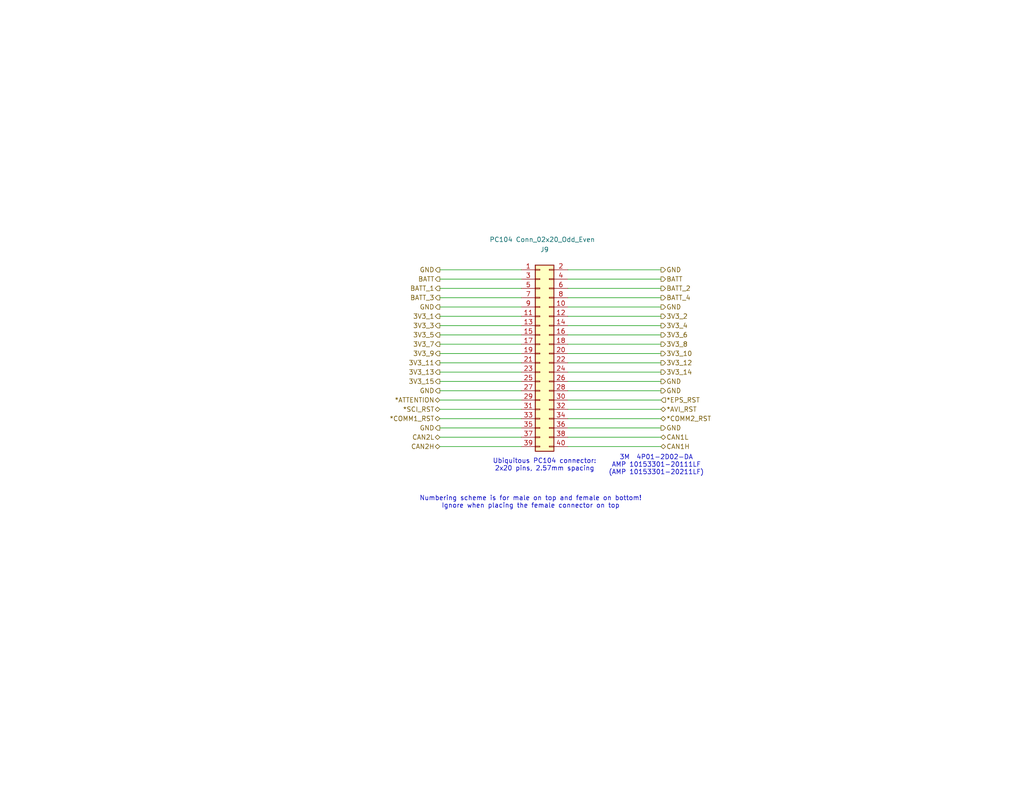
<source format=kicad_sch>
(kicad_sch (version 20250114) (generator "eeschema") (generator_version "9.0")
  (paper "A")
  (title_block (title "Current Monitor") (date "2020-05-25"))
  (lib_symbols
    (symbol "Connector_Generic:Conn_02x20_Odd_Even" (pin_names (offset 1.016) (hide yes))
      (property "Reference" "J" (at 1.27 25.4 0))
      (property "Value" "Conn_02x20_Odd_Even" (at 1.27 -27.94 0))
      (symbol "Conn_02x20_Odd_Even_1_1"
        (rectangle (start -1.27 24.13) (end 3.81 -26.67) (stroke (width 0.254)) (fill (type background)))
        (rectangle (start -1.27 22.987) (end 0 22.733) (stroke (width 0.1524)))
        (rectangle (start -1.27 20.447) (end 0 20.193) (stroke (width 0.1524)))
        (rectangle (start -1.27 17.907) (end 0 17.653) (stroke (width 0.1524)))
        (rectangle (start -1.27 15.367) (end 0 15.113) (stroke (width 0.1524)))
        (rectangle (start -1.27 12.827) (end 0 12.573) (stroke (width 0.1524)))
        (rectangle (start -1.27 10.287) (end 0 10.033) (stroke (width 0.1524)))
        (rectangle (start -1.27 7.747) (end 0 7.493) (stroke (width 0.1524)))
        (rectangle (start -1.27 5.207) (end 0 4.953) (stroke (width 0.1524)))
        (rectangle (start -1.27 2.667) (end 0 2.413) (stroke (width 0.1524)))
        (rectangle (start -1.27 0.127) (end 0 -0.127) (stroke (width 0.1524)))
        (rectangle (start -1.27 -2.413) (end 0 -2.667) (stroke (width 0.1524)))
        (rectangle (start -1.27 -4.953) (end 0 -5.207) (stroke (width 0.1524)))
        (rectangle (start -1.27 -7.493) (end 0 -7.747) (stroke (width 0.1524)))
        (rectangle (start -1.27 -10.033) (end 0 -10.287) (stroke (width 0.1524)))
        (rectangle (start -1.27 -12.573) (end 0 -12.827) (stroke (width 0.1524)))
        (rectangle (start -1.27 -15.113) (end 0 -15.367) (stroke (width 0.1524)))
        (rectangle (start -1.27 -17.653) (end 0 -17.907) (stroke (width 0.1524)))
        (rectangle (start -1.27 -20.193) (end 0 -20.447) (stroke (width 0.1524)))
        (rectangle (start -1.27 -22.733) (end 0 -22.987) (stroke (width 0.1524)))
        (rectangle (start -1.27 -25.273) (end 0 -25.527) (stroke (width 0.1524)))
        (rectangle (start 3.81 22.987) (end 2.54 22.733) (stroke (width 0.1524)))
        (rectangle (start 3.81 20.447) (end 2.54 20.193) (stroke (width 0.1524)))
        (rectangle (start 3.81 17.907) (end 2.54 17.653) (stroke (width 0.1524)))
        (rectangle (start 3.81 15.367) (end 2.54 15.113) (stroke (width 0.1524)))
        (rectangle (start 3.81 12.827) (end 2.54 12.573) (stroke (width 0.1524)))
        (rectangle (start 3.81 10.287) (end 2.54 10.033) (stroke (width 0.1524)))
        (rectangle (start 3.81 7.747) (end 2.54 7.493) (stroke (width 0.1524)))
        (rectangle (start 3.81 5.207) (end 2.54 4.953) (stroke (width 0.1524)))
        (rectangle (start 3.81 2.667) (end 2.54 2.413) (stroke (width 0.1524)))
        (rectangle (start 3.81 0.127) (end 2.54 -0.127) (stroke (width 0.1524)))
        (rectangle (start 3.81 -2.413) (end 2.54 -2.667) (stroke (width 0.1524)))
        (rectangle (start 3.81 -4.953) (end 2.54 -5.207) (stroke (width 0.1524)))
        (rectangle (start 3.81 -7.493) (end 2.54 -7.747) (stroke (width 0.1524)))
        (rectangle (start 3.81 -10.033) (end 2.54 -10.287) (stroke (width 0.1524)))
        (rectangle (start 3.81 -12.573) (end 2.54 -12.827) (stroke (width 0.1524)))
        (rectangle (start 3.81 -15.113) (end 2.54 -15.367) (stroke (width 0.1524)))
        (rectangle (start 3.81 -17.653) (end 2.54 -17.907) (stroke (width 0.1524)))
        (rectangle (start 3.81 -20.193) (end 2.54 -20.447) (stroke (width 0.1524)))
        (rectangle (start 3.81 -22.733) (end 2.54 -22.987) (stroke (width 0.1524)))
        (rectangle (start 3.81 -25.273) (end 2.54 -25.527) (stroke (width 0.1524)))
        (pin passive line (at -5.08 22.86 0) (length 3.81) (name "Pin_1") (number "1"))
        (pin passive line (at -5.08 20.32 0) (length 3.81) (name "Pin_3") (number "3"))
        (pin passive line (at -5.08 17.78 0) (length 3.81) (name "Pin_5") (number "5"))
        (pin passive line (at -5.08 15.24 0) (length 3.81) (name "Pin_7") (number "7"))
        (pin passive line (at -5.08 12.7 0) (length 3.81) (name "Pin_9") (number "9"))
        (pin passive line (at -5.08 10.16 0) (length 3.81) (name "Pin_11") (number "11"))
        (pin passive line (at -5.08 7.62 0) (length 3.81) (name "Pin_13") (number "13"))
        (pin passive line (at -5.08 5.08 0) (length 3.81) (name "Pin_15") (number "15"))
        (pin passive line (at -5.08 2.54 0) (length 3.81) (name "Pin_17") (number "17"))
        (pin passive line (at -5.08 0 0) (length 3.81) (name "Pin_19") (number "19"))
        (pin passive line (at -5.08 -2.54 0) (length 3.81) (name "Pin_21") (number "21"))
        (pin passive line (at -5.08 -5.08 0) (length 3.81) (name "Pin_23") (number "23"))
        (pin passive line (at -5.08 -7.62 0) (length 3.81) (name "Pin_25") (number "25"))
        (pin passive line (at -5.08 -10.16 0) (length 3.81) (name "Pin_27") (number "27"))
        (pin passive line (at -5.08 -12.7 0) (length 3.81) (name "Pin_29") (number "29"))
        (pin passive line (at -5.08 -15.24 0) (length 3.81) (name "Pin_31") (number "31"))
        (pin passive line (at -5.08 -17.78 0) (length 3.81) (name "Pin_33") (number "33"))
        (pin passive line (at -5.08 -20.32 0) (length 3.81) (name "Pin_35") (number "35"))
        (pin passive line (at -5.08 -22.86 0) (length 3.81) (name "Pin_37") (number "37"))
        (pin passive line (at -5.08 -25.4 0) (length 3.81) (name "Pin_39") (number "39"))
        (pin passive line (at 7.62 22.86 180) (length 3.81) (name "Pin_2") (number "2"))
        (pin passive line (at 7.62 20.32 180) (length 3.81) (name "Pin_4") (number "4"))
        (pin passive line (at 7.62 17.78 180) (length 3.81) (name "Pin_6") (number "6"))
        (pin passive line (at 7.62 15.24 180) (length 3.81) (name "Pin_8") (number "8"))
        (pin passive line (at 7.62 12.7 180) (length 3.81) (name "Pin_10") (number "10"))
        (pin passive line (at 7.62 10.16 180) (length 3.81) (name "Pin_12") (number "12"))
        (pin passive line (at 7.62 7.62 180) (length 3.81) (name "Pin_14") (number "14"))
        (pin passive line (at 7.62 5.08 180) (length 3.81) (name "Pin_16") (number "16"))
        (pin passive line (at 7.62 2.54 180) (length 3.81) (name "Pin_18") (number "18"))
        (pin passive line (at 7.62 0 180) (length 3.81) (name "Pin_20") (number "20"))
        (pin passive line (at 7.62 -2.54 180) (length 3.81) (name "Pin_22") (number "22"))
        (pin passive line (at 7.62 -5.08 180) (length 3.81) (name "Pin_24") (number "24"))
        (pin passive line (at 7.62 -7.62 180) (length 3.81) (name "Pin_26") (number "26"))
        (pin passive line (at 7.62 -10.16 180) (length 3.81) (name "Pin_28") (number "28"))
        (pin passive line (at 7.62 -12.7 180) (length 3.81) (name "Pin_30") (number "30"))
        (pin passive line (at 7.62 -15.24 180) (length 3.81) (name "Pin_32") (number "32"))
        (pin passive line (at 7.62 -17.78 180) (length 3.81) (name "Pin_34") (number "34"))
        (pin passive line (at 7.62 -20.32 180) (length 3.81) (name "Pin_36") (number "36"))
        (pin passive line (at 7.62 -22.86 180) (length 3.81) (name "Pin_38") (number "38"))
        (pin passive line (at 7.62 -25.4 180) (length 3.81) (name "Pin_40") (number "40"))
      )
    )
  )
  (text "3M  4P01-2D02-DA\nAMP 10153301-20111LF\n(AMP 10153301-20211LF)" (at 179.07 127 0) (effects (font (size 1.27 1.27))))
  (text "Ubiquitous PC104 connector:\n2x20 pins, 2.57mm spacing" (at 148.59 127 0) (effects (font (size 1.27 1.27))))
  (text "Numbering scheme is for male on top and female on bottom!\nIgnore when placing the female connector on top" (at 144.78 137.16 0) (effects (font (size 1.27 1.27))))
  (wire (pts (xy 120.015 119.38) (xy 142.24 119.38)))
  (wire (pts (xy 142.24 83.82) (xy 120.015 83.82)))
  (wire (pts (xy 154.94 83.82) (xy 180.34 83.82)))
  (wire (pts (xy 154.94 96.52) (xy 180.34 96.52)))
  (wire (pts (xy 154.94 114.3) (xy 180.34 114.3)))
  (wire (pts (xy 154.94 106.68) (xy 180.34 106.68)))
  (wire (pts (xy 120.015 121.92) (xy 142.24 121.92)))
  (wire (pts (xy 180.34 88.9) (xy 154.94 88.9)))
  (wire (pts (xy 154.94 81.28) (xy 180.34 81.28)))
  (wire (pts (xy 120.015 111.76) (xy 142.24 111.76)))
  (wire (pts (xy 180.34 93.98) (xy 154.94 93.98)))
  (wire (pts (xy 120.015 106.68) (xy 142.24 106.68)))
  (wire (pts (xy 154.94 111.76) (xy 180.34 111.76)))
  (wire (pts (xy 180.34 101.6) (xy 154.94 101.6)))
  (wire (pts (xy 120.015 81.28) (xy 142.24 81.28)))
  (wire (pts (xy 120.015 99.06) (xy 142.24 99.06)))
  (wire (pts (xy 120.015 78.74) (xy 142.24 78.74)))
  (wire (pts (xy 120.015 96.52) (xy 142.24 96.52)))
  (wire (pts (xy 120.015 101.6) (xy 142.24 101.6)))
  (wire (pts (xy 154.94 121.92) (xy 180.34 121.92)))
  (wire (pts (xy 154.94 116.84) (xy 180.34 116.84)))
  (wire (pts (xy 142.24 91.44) (xy 120.015 91.44)))
  (wire (pts (xy 154.94 76.2) (xy 180.34 76.2)))
  (wire (pts (xy 180.34 104.14) (xy 154.94 104.14)))
  (wire (pts (xy 142.24 109.22) (xy 120.015 109.22)))
  (wire (pts (xy 154.94 86.36) (xy 180.34 86.36)))
  (wire (pts (xy 120.015 88.9) (xy 142.24 88.9)))
  (wire (pts (xy 154.94 99.06) (xy 180.34 99.06)))
  (wire (pts (xy 154.94 91.44) (xy 180.34 91.44)))
  (wire (pts (xy 154.94 119.38) (xy 180.34 119.38)))
  (wire (pts (xy 180.34 109.22) (xy 154.94 109.22)))
  (wire (pts (xy 120.015 86.36) (xy 142.24 86.36)))
  (wire (pts (xy 120.015 73.66) (xy 142.24 73.66)))
  (wire (pts (xy 120.015 116.84) (xy 142.24 116.84)))
  (wire (pts (xy 154.94 73.66) (xy 180.34 73.66)))
  (wire (pts (xy 142.24 114.3) (xy 120.015 114.3)))
  (wire (pts (xy 120.015 76.2) (xy 142.24 76.2)))
  (wire (pts (xy 120.015 93.98) (xy 142.24 93.98)))
  (wire (pts (xy 142.24 104.14) (xy 120.015 104.14)))
  (wire (pts (xy 154.94 78.74) (xy 180.34 78.74)))
  (hierarchical_label "BATT_1" (shape output) (at 120.015 78.74 180))
  (hierarchical_label "CAN2H" (shape bidirectional) (at 120.015 121.92 180))
  (hierarchical_label "GND" (shape output) (at 120.015 116.84 180))
  (hierarchical_label "3V3_14" (shape output) (at 180.34 101.6 0))
  (hierarchical_label "3V3_9" (shape output) (at 120.015 96.52 180))
  (hierarchical_label "*EPS_RST" (shape input) (at 180.34 109.22 0))
  (hierarchical_label "GND" (shape output) (at 180.34 116.84 0))
  (hierarchical_label "CAN1H" (shape bidirectional) (at 180.34 121.92 0))
  (hierarchical_label "*ATTENTION" (shape bidirectional) (at 120.015 109.22 180))
  (hierarchical_label "*SCI_RST" (shape bidirectional) (at 120.015 111.76 180))
  (hierarchical_label "3V3_15" (shape output) (at 120.015 104.14 180))
  (hierarchical_label "GND" (shape output) (at 120.015 73.66 180))
  (hierarchical_label "CAN1L" (shape bidirectional) (at 180.34 119.38 0))
  (hierarchical_label "3V3_2" (shape output) (at 180.34 86.36 0))
  (hierarchical_label "3V3_4" (shape output) (at 180.34 88.9 0))
  (hierarchical_label "3V3_13" (shape output) (at 120.015 101.6 180))
  (hierarchical_label "3V3_10" (shape output) (at 180.34 96.52 0))
  (hierarchical_label "BATT_3" (shape output) (at 120.015 81.28 180))
  (hierarchical_label "GND" (shape output) (at 180.34 73.66 0))
  (hierarchical_label "GND" (shape output) (at 180.34 106.68 0))
  (hierarchical_label "GND" (shape output) (at 180.34 83.82 0))
  (hierarchical_label "BATT" (shape output) (at 120.015 76.2 180))
  (hierarchical_label "3V3_1" (shape output) (at 120.015 86.36 180))
  (hierarchical_label "3V3_7" (shape output) (at 120.015 93.98 180))
  (hierarchical_label "3V3_3" (shape output) (at 120.015 88.9 180))
  (hierarchical_label "BATT_4" (shape output) (at 180.34 81.28 0))
  (hierarchical_label "3V3_12" (shape output) (at 180.34 99.06 0))
  (hierarchical_label "GND" (shape output) (at 180.34 104.14 0))
  (hierarchical_label "3V3_6" (shape output) (at 180.34 91.44 0))
  (hierarchical_label "3V3_11" (shape output) (at 120.015 99.06 180))
  (hierarchical_label "*COMM1_RST" (shape bidirectional) (at 120.015 114.3 180))
  (hierarchical_label "3V3_5" (shape output) (at 120.015 91.44 180))
  (hierarchical_label "BATT" (shape output) (at 180.34 76.2 0))
  (hierarchical_label "GND" (shape output) (at 120.015 106.68 180))
  (hierarchical_label "3V3_8" (shape output) (at 180.34 93.98 0))
  (hierarchical_label "BATT_2" (shape output) (at 180.34 78.74 0))
  (hierarchical_label "*AVI_RST" (shape bidirectional) (at 180.34 111.76 0))
  (hierarchical_label "*COMM2_RST" (shape bidirectional) (at 180.34 114.3 0))
  (hierarchical_label "CAN2L" (shape bidirectional) (at 120.015 119.38 180))
  (hierarchical_label "GND" (shape output) (at 120.015 83.82 180))
  (symbol (lib_id "Connector_Generic:Conn_02x20_Odd_Even") (at 147.32 96.52 0) (unit 1)
    (property "Reference" "J8" (at 148.59 68.1482 0))
    (property "Value" "PC104 Conn_02x20_Odd_Even" (at 147.955 65.405 0))
    (property "Footprint" "Connector_PinSocket_2.54mm:PinSocket_2x20_P2.54mm_Vertical" (effects (hide yes)))
    (property "Datasheet" "https://cdn.amphenol-cs.com/media/wysiwyg/files/drawing/10153301.pdf" (effects (hide yes)))
    (property "Description" "40 Connector Stackthrough, (PC/104) Through Hole Black PC/104" (effects (hide yes)))
    (property "Manufacturer" "Amphenol" (effects (hide yes)))
    (property "Part Number" "10153301-20111LF" (effects (hide yes)))
    (instances (project "EPS" (path "" (reference "J9") (unit 1))) (project "aux_board" (path "" (reference "J5") (unit 1))) (project "openlst-hw" (path "" (reference "J8") (unit 1))) (project "sci_board" (path "" (reference "J6") (unit 1))) (project "AVIONICS_BOARD" (path "" (reference "J7") (unit 1))))
  )
)
</source>
